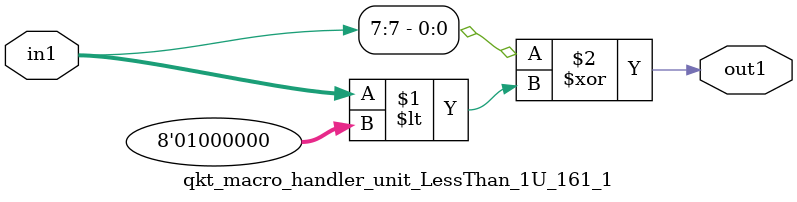
<source format=v>

`timescale 1ps / 1ps


module qkt_macro_handler_unit_LessThan_1U_161_1( in1, out1 );

    input [7:0] in1;
    output out1;

    
    // rtl_process:qkt_macro_handler_unit_LessThan_1U_161_1/qkt_macro_handler_unit_LessThan_1U_161_1_thread_1
    assign out1 = (in1[7] ^ in1 < 8'd064);

endmodule


</source>
